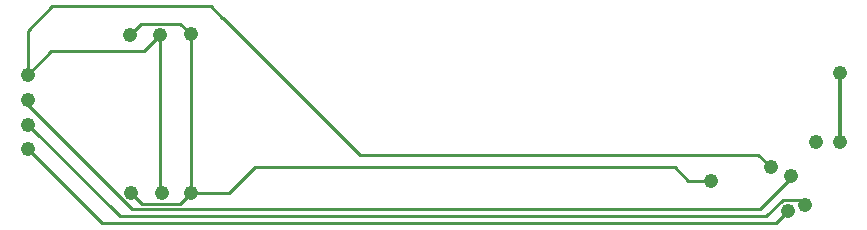
<source format=gbr>
%TF.GenerationSoftware,KiCad,Pcbnew,8.0.1*%
%TF.CreationDate,2024-06-02T23:47:43+02:00*%
%TF.ProjectId,Shawn_PCB_Business_card,53686177-6e5f-4504-9342-5f427573696e,rev?*%
%TF.SameCoordinates,Original*%
%TF.FileFunction,Copper,L2,Bot*%
%TF.FilePolarity,Positive*%
%FSLAX46Y46*%
G04 Gerber Fmt 4.6, Leading zero omitted, Abs format (unit mm)*
G04 Created by KiCad (PCBNEW 8.0.1) date 2024-06-02 23:47:43*
%MOMM*%
%LPD*%
G01*
G04 APERTURE LIST*
%TA.AperFunction,ViaPad*%
%ADD10C,1.209040*%
%TD*%
%TA.AperFunction,Conductor*%
%ADD11C,0.254000*%
%TD*%
%TA.AperFunction,Conductor*%
%ADD12C,0.299720*%
%TD*%
G04 APERTURE END LIST*
D10*
%TO.N,VCC*%
X174281631Y-96231820D03*
X109880400Y-91033600D03*
%TO.N,GND*%
X121208800Y-94716600D03*
X172770747Y-92568387D03*
X121107200Y-81356200D03*
X109880400Y-84709000D03*
%TO.N,Net-(D1-Pad2)*%
X167716200Y-93700600D03*
X123672600Y-81305400D03*
X123723400Y-94716600D03*
X118567200Y-81330800D03*
X118618000Y-94716600D03*
%TO.N,Net-(TP1-Pad1)*%
X109880400Y-86868000D03*
X174498000Y-93294200D03*
%TO.N,Net-(TP2-Pad1)*%
X109880400Y-88950800D03*
X175664839Y-95757877D03*
%TO.N,Net-(U1-Pad1)*%
X178614070Y-84606465D03*
X176612550Y-90456085D03*
X178614070Y-90456085D03*
%TD*%
D11*
%TO.N,VCC*%
X173231451Y-97282000D02*
X116128800Y-97282000D01*
X116128800Y-97282000D02*
X109880400Y-91033600D01*
X174281631Y-96231820D02*
X173231451Y-97282000D01*
%TO.N,GND*%
X121107200Y-81356200D02*
X121107200Y-94615000D01*
X121107200Y-94615000D02*
X121208800Y-94716600D01*
X119761000Y-82702400D02*
X111887000Y-82702400D01*
X137998200Y-91490800D02*
X171693160Y-91490800D01*
X171693160Y-91490800D02*
X172770747Y-92568387D01*
X111937800Y-78943200D02*
X125425200Y-78943200D01*
X109880400Y-81000600D02*
X111937800Y-78943200D01*
X121107200Y-81356200D02*
X119761000Y-82702400D01*
X126365000Y-79883000D02*
X126390400Y-79883000D01*
X111887000Y-82702400D02*
X109880400Y-84709000D01*
X126390400Y-79883000D02*
X137998200Y-91490800D01*
X125425200Y-78943200D02*
X126365000Y-79883000D01*
X109880400Y-84709000D02*
X109880400Y-81000600D01*
%TO.N,Net-(D1-Pad2)*%
X167716200Y-93700600D02*
X165785800Y-93700600D01*
X123672600Y-81305400D02*
X123723400Y-81356200D01*
X126923800Y-94716600D02*
X123723400Y-94716600D01*
X165785800Y-93700600D02*
X164642800Y-92557600D01*
X122791880Y-95648120D02*
X119549520Y-95648120D01*
X123723400Y-81356200D02*
X123723400Y-94716600D01*
X122791880Y-80424680D02*
X123672600Y-81305400D01*
X119549520Y-95648120D02*
X118618000Y-94716600D01*
X129082800Y-92557600D02*
X126923800Y-94716600D01*
X118567200Y-81330800D02*
X119473320Y-80424680D01*
X164642800Y-92557600D02*
X129082800Y-92557600D01*
X123723400Y-94716600D02*
X122791880Y-95648120D01*
X119473320Y-80424680D02*
X122791880Y-80424680D01*
X118567200Y-81330800D02*
X118618000Y-81381600D01*
%TO.N,Net-(TP1-Pad1)*%
X171842480Y-96102120D02*
X174498000Y-93446600D01*
X174498000Y-93446600D02*
X174498000Y-93294200D01*
X109880400Y-87296369D02*
X118686151Y-96102120D01*
X109880400Y-86868000D02*
X109880400Y-87296369D01*
X118686151Y-96102120D02*
X171842480Y-96102120D01*
%TO.N,Net-(TP2-Pad1)*%
X172415200Y-96726400D02*
X173840800Y-95300800D01*
X117656000Y-96726400D02*
X172415200Y-96726400D01*
X109880400Y-88950800D02*
X117656000Y-96726400D01*
X175207762Y-95300800D02*
X175664839Y-95757877D01*
X173840800Y-95300800D02*
X175207762Y-95300800D01*
D12*
%TO.N,Net-(U1-Pad1)*%
X178614070Y-90456085D02*
X178614070Y-84606465D01*
%TD*%
M02*

</source>
